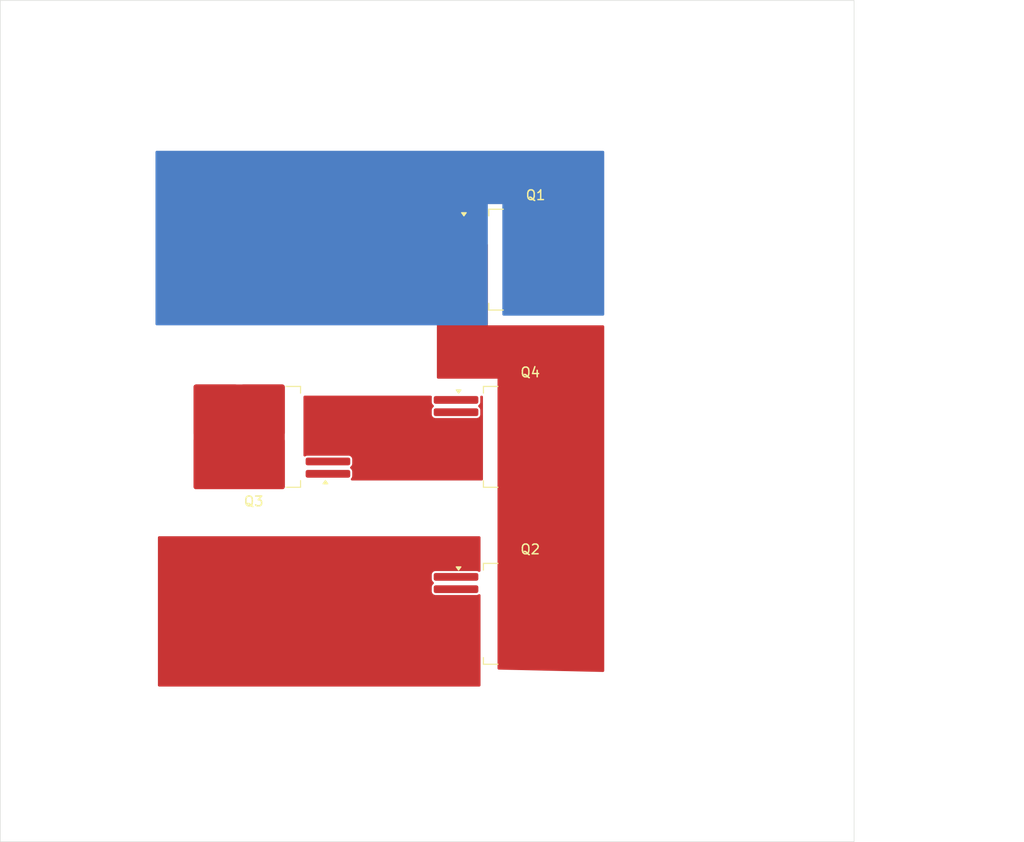
<source format=kicad_pcb>
(kicad_pcb (version 20240108) (generator "pcbnew") (generator_version "8.0")
  (layers (0 "F.Cu" signal) (31 "B.Cu" signal) (34 "B.Paste" user) (35 "F.Paste" user) (36 "B.SilkS" user "B.Silkscreen") (37 "F.SilkS" user "F.Silkscreen") (38 "B.Mask" user) (39 "F.Mask" user) (44 "Edge.Cuts" user))
  (net 0 "")
  (net 1 "/ph")
  (net 2 "/vccp")
  (net 5 "/vccn")
  (net 8 "/vccm")
  (net 9 "/ce")
  (footprint "Package_TO_SOT_SMD:TO-263-7_TabPin8" (layer "F.Cu") (at 84.125 89.75 180)
    (property "Reference" "Q3" (at 0 -6.65 180) (layer "F.SilkS"))
    (property "Value" "C3M0075120J")
    (fp_line (start -3.325 5.2) (end -4.825 5.2) (stroke (width 0.12)) (layer "F.SilkS"))
    (fp_line (start -3.325 -5.2) (end -4.825 -5.2) (stroke (width 0.12)) (layer "F.SilkS"))
    (fp_line (start -4.825 5.2) (end -4.825 4.51) (stroke (width 0.12)) (layer "F.SilkS"))
    (fp_line (start -4.825 -5.2) (end -4.825 -4.51) (stroke (width 0.12)) (layer "F.SilkS"))
    (fp_poly (pts (xy -7.3875 -4.51) (xy -7.6275 -4.84) (xy -7.1475 -4.84) (xy -7.3875 -4.51)) (stroke (width 0.12)) (fill solid) (layer "F.SilkS"))
    (pad "1" smd roundrect (at -7.65 -3.81 180) (size 4.6 0.8) (layers "F.Cu" "F.Paste" "F.Mask"))
    (pad "2" smd roundrect (at -7.65 -2.54 180) (size 4.6 0.8) (layers "F.Cu" "F.Paste" "F.Mask"))
    (pad "3" smd roundrect (at -7.65 -1.27 180) (size 4.6 0.8) (layers "F.Cu" "F.Paste" "F.Mask") (net 9 "/ce"))
    (pad "4" smd roundrect (at -7.65 0 180) (size 4.6 0.8) (layers "F.Cu" "F.Paste" "F.Mask") (net 9 "/ce"))
    (pad "5" smd roundrect (at -7.65 1.27 180) (size 4.6 0.8) (layers "F.Cu" "F.Paste" "F.Mask") (net 9 "/ce"))
    (pad "6" smd roundrect (at -7.65 2.54 180) (size 4.6 0.8) (layers "F.Cu" "F.Paste" "F.Mask") (net 9 "/ce"))
    (pad "7" smd roundrect (at -7.65 3.81 180) (size 4.6 0.8) (layers "F.Cu" "F.Paste" "F.Mask") (net 9 "/ce"))
    (pad "8" smd roundrect (at -0.925 -2.775 180) (size 4.55 5.25) (layers "F.Cu" "F.Paste") (roundrect_rratio 0.054945) (net 8 "/vccm"))
    (pad "8" smd roundrect (at -0.925 2.775 180) (size 4.55 5.25) (layers "F.Cu" "F.Paste") (roundrect_rratio 0.054945) (net 8 "/vccm"))
    (pad "8" smd roundrect (at 1.5 0 180) (size 9.4 10.8) (layers "F.Cu" "F.Mask") (roundrect_rratio 0.026596) (net 8 "/vccm"))
    (pad "8" smd roundrect (at 3.925 -2.775 180) (size 4.55 5.25) (layers "F.Cu" "F.Paste") (roundrect_rratio 0.054945) (net 8 "/vccm"))
    (pad "8" smd roundrect (at 3.925 2.775 180) (size 4.55 5.25) (layers "F.Cu" "F.Paste") (roundrect_rratio 0.054945) (net 8 "/vccm"))
  )
  (footprint "Package_TO_SOT_SMD:TO-263-7_TabPin8" (layer "F.Cu") (at 113.175 71.475)
    (property "Reference" "Q1" (at 0 -6.65 0) (layer "F.SilkS"))
    (property "Value" "C3M0075120J")
    (fp_line (start -4.825 -5.2) (end -4.825 -4.51) (stroke (width 0.12)) (layer "F.SilkS"))
    (fp_line (start -4.825 5.2) (end -4.825 4.51) (stroke (width 0.12)) (layer "F.SilkS"))
    (fp_line (start -3.325 -5.2) (end -4.825 -5.2) (stroke (width 0.12)) (layer "F.SilkS"))
    (fp_line (start -3.325 5.2) (end -4.825 5.2) (stroke (width 0.12)) (layer "F.SilkS"))
    (fp_poly (pts (xy -7.3875 -4.51) (xy -7.6275 -4.84) (xy -7.1475 -4.84) (xy -7.3875 -4.51)) (stroke (width 0.12)) (fill solid) (layer "F.SilkS"))
    (pad "1" smd roundrect (at -7.65 -3.81) (size 4.6 0.8) (layers "F.Cu" "F.Paste" "F.Mask"))
    (pad "2" smd roundrect (at -7.65 -2.54) (size 4.6 0.8) (layers "F.Cu" "F.Paste" "F.Mask"))
    (pad "3" smd roundrect (at -7.65 -1.27) (size 4.6 0.8) (layers "F.Cu" "F.Paste" "F.Mask") (net 1 "/ph"))
    (pad "4" smd roundrect (at -7.65 0) (size 4.6 0.8) (layers "F.Cu" "F.Paste" "F.Mask") (net 1 "/ph"))
    (pad "5" smd roundrect (at -7.65 1.27) (size 4.6 0.8) (layers "F.Cu" "F.Paste" "F.Mask") (net 1 "/ph"))
    (pad "6" smd roundrect (at -7.65 2.54) (size 4.6 0.8) (layers "F.Cu" "F.Paste" "F.Mask") (net 1 "/ph"))
    (pad "7" smd roundrect (at -7.65 3.81) (size 4.6 0.8) (layers "F.Cu" "F.Paste" "F.Mask") (net 1 "/ph"))
    (pad "8" smd roundrect (at -0.925 -2.775) (size 4.55 5.25) (layers "F.Cu" "F.Paste") (roundrect_rratio 0.054945) (net 2 "/vccp"))
    (pad "8" smd roundrect (at -0.925 2.775) (size 4.55 5.25) (layers "F.Cu" "F.Paste") (roundrect_rratio 0.054945) (net 2 "/vccp"))
    (pad "8" smd roundrect (at 1.5 0) (size 9.4 10.8) (layers "F.Cu" "F.Mask") (roundrect_rratio 0.026596) (net 2 "/vccp"))
    (pad "8" smd roundrect (at 3.925 -2.775) (size 4.55 5.25) (layers "F.Cu" "F.Paste") (roundrect_rratio 0.054945) (net 2 "/vccp"))
    (pad "8" smd roundrect (at 3.925 2.775) (size 4.55 5.25) (layers "F.Cu" "F.Paste") (roundrect_rratio 0.054945) (net 2 "/vccp"))
  )
  (footprint "Package_TO_SOT_SMD:TO-263-7_TabPin8" (layer "F.Cu") (at 112.625 108)
    (property "Reference" "Q2" (at 0 -6.65 0) (layer "F.SilkS"))
    (property "Value" "C3M0075120J")
    (fp_line (start -4.825 -5.2) (end -4.825 -4.51) (stroke (width 0.12)) (layer "F.SilkS"))
    (fp_line (start -4.825 5.2) (end -4.825 4.51) (stroke (width 0.12)) (layer "F.SilkS"))
    (fp_line (start -3.325 -5.2) (end -4.825 -5.2) (stroke (width 0.12)) (layer "F.SilkS"))
    (fp_line (start -3.325 5.2) (end -4.825 5.2) (stroke (width 0.12)) (layer "F.SilkS"))
    (fp_poly (pts (xy -7.3875 -4.51) (xy -7.6275 -4.84) (xy -7.1475 -4.84) (xy -7.3875 -4.51)) (stroke (width 0.12)) (fill solid) (layer "F.SilkS"))
    (pad "1" smd roundrect (at -7.65 -3.81) (size 4.6 0.8) (layers "F.Cu" "F.Paste" "F.Mask"))
    (pad "2" smd roundrect (at -7.65 -2.54) (size 4.6 0.8) (layers "F.Cu" "F.Paste" "F.Mask"))
    (pad "3" smd roundrect (at -7.65 -1.27) (size 4.6 0.8) (layers "F.Cu" "F.Paste" "F.Mask") (net 5 "/vccn"))
    (pad "4" smd roundrect (at -7.65 0) (size 4.6 0.8) (layers "F.Cu" "F.Paste" "F.Mask") (net 5 "/vccn"))
    (pad "5" smd roundrect (at -7.65 1.27) (size 4.6 0.8) (layers "F.Cu" "F.Paste" "F.Mask") (net 5 "/vccn"))
    (pad "6" smd roundrect (at -7.65 2.54) (size 4.6 0.8) (layers "F.Cu" "F.Paste" "F.Mask") (net 5 "/vccn"))
    (pad "7" smd roundrect (at -7.65 3.81) (size 4.6 0.8) (layers "F.Cu" "F.Paste" "F.Mask") (net 5 "/vccn"))
    (pad "8" smd roundrect (at -0.925 -2.775) (size 4.55 5.25) (layers "F.Cu" "F.Paste") (roundrect_rratio 0.054945) (net 1 "/ph"))
    (pad "8" smd roundrect (at -0.925 2.775) (size 4.55 5.25) (layers "F.Cu" "F.Paste") (roundrect_rratio 0.054945) (net 1 "/ph"))
    (pad "8" smd roundrect (at 1.5 0) (size 9.4 10.8) (layers "F.Cu" "F.Mask") (roundrect_rratio 0.026596) (net 1 "/ph"))
    (pad "8" smd roundrect (at 3.925 -2.775) (size 4.55 5.25) (layers "F.Cu" "F.Paste") (roundrect_rratio 0.054945) (net 1 "/ph"))
    (pad "8" smd roundrect (at 3.925 2.775) (size 4.55 5.25) (layers "F.Cu" "F.Paste") (roundrect_rratio 0.054945) (net 1 "/ph"))
  )
  (footprint "Package_TO_SOT_SMD:TO-263-7_TabPin8" (layer "F.Cu") (at 112.625 89.75)
    (property "Reference" "Q4" (at 0 -6.65 0) (layer "F.SilkS"))
    (property "Value" "C3M0075120J")
    (fp_line (start -4.825 -5.2) (end -4.825 -4.51) (stroke (width 0.12)) (layer "F.SilkS"))
    (fp_line (start -4.825 5.2) (end -4.825 4.51) (stroke (width 0.12)) (layer "F.SilkS"))
    (fp_line (start -3.325 -5.2) (end -4.825 -5.2) (stroke (width 0.12)) (layer "F.SilkS"))
    (fp_line (start -3.325 5.2) (end -4.825 5.2) (stroke (width 0.12)) (layer "F.SilkS"))
    (fp_poly (pts (xy -7.3875 -4.51) (xy -7.6275 -4.84) (xy -7.1475 -4.84) (xy -7.3875 -4.51)) (stroke (width 0.12)) (fill solid) (layer "F.SilkS"))
    (pad "1" smd roundrect (at -7.65 -3.81) (size 4.6 0.8) (layers "F.Cu" "F.Paste" "F.Mask"))
    (pad "2" smd roundrect (at -7.65 -2.54) (size 4.6 0.8) (layers "F.Cu" "F.Paste" "F.Mask"))
    (pad "3" smd roundrect (at -7.65 -1.27) (size 4.6 0.8) (layers "F.Cu" "F.Paste" "F.Mask") (net 9 "/ce"))
    (pad "4" smd roundrect (at -7.65 0) (size 4.6 0.8) (layers "F.Cu" "F.Paste" "F.Mask") (net 9 "/ce"))
    (pad "5" smd roundrect (at -7.65 1.27) (size 4.6 0.8) (layers "F.Cu" "F.Paste" "F.Mask") (net 9 "/ce"))
    (pad "6" smd roundrect (at -7.65 2.54) (size 4.6 0.8) (layers "F.Cu" "F.Paste" "F.Mask") (net 9 "/ce"))
    (pad "7" smd roundrect (at -7.65 3.81) (size 4.6 0.8) (layers "F.Cu" "F.Paste" "F.Mask") (net 9 "/ce"))
    (pad "8" smd roundrect (at -0.925 -2.775) (size 4.55 5.25) (layers "F.Cu" "F.Paste") (roundrect_rratio 0.054945) (net 1 "/ph"))
    (pad "8" smd roundrect (at -0.925 2.775) (size 4.55 5.25) (layers "F.Cu" "F.Paste") (roundrect_rratio 0.054945) (net 1 "/ph"))
    (pad "8" smd roundrect (at 1.5 0) (size 9.4 10.8) (layers "F.Cu" "F.Mask") (roundrect_rratio 0.026596) (net 1 "/ph"))
    (pad "8" smd roundrect (at 3.925 -2.775) (size 4.55 5.25) (layers "F.Cu" "F.Paste") (roundrect_rratio 0.054945) (net 1 "/ph"))
    (pad "8" smd roundrect (at 3.925 2.775) (size 4.55 5.25) (layers "F.Cu" "F.Paste") (roundrect_rratio 0.054945) (net 1 "/ph"))
  )
  (gr_rect (start 58 44.75) (end 146 131.5) (stroke (width 0.05)) (fill none) (layer "Edge.Cuts"))
  (zone (net 9) (net_name "/ce") (layer "F.Cu") (priority 1) (connect_pads yes (clearance 0)) (min_thickness 0.25) (fill yes (thermal_gap 0.5) (thermal_bridge_width 0.5))
    (polygon (pts (xy 89.25 85.5) (xy 107.75 85.5) (xy 107.75 94.25) (xy 89.25 94.25)))
  )
  (zone (net 0) (net_name "") (layer "F.Cu") (connect_pads yes (clearance 0)) (min_thickness 0.25)
    (keepout (tracks not_allowed) (vias not_allowed) (pads not_allowed) (copperpour not_allowed) (footprints allowed))
    (fill (thermal_gap 0.5) (thermal_bridge_width 0.5))
    (polygon (pts (xy 108.25 67.5) (xy 90 67.5) (xy 90 65.75) (xy 109.75 65.75)))
  )
  (zone (net 1) (net_name "/ph") (layer "F.Cu") (name "asd") (connect_pads yes (clearance 0)) (min_thickness 0.25) (fill yes (thermal_gap 0.5) (thermal_bridge_width 0.5))
    (polygon (pts (xy 103 69.75) (xy 120.25 70) (xy 120.25 114) (xy 109.25 113.75) (xy 109.25 83.75) (xy 103 83.75) (xy 103 69.5)))
  )
  (zone (net 5) (net_name "/vccn") (layer "F.Cu") (priority 2) (connect_pads yes (clearance 0)) (min_thickness 0.25) (fill yes (thermal_gap 0.5) (thermal_bridge_width 0.5))
    (polygon (pts (xy 107.5 100) (xy 107.5 115.5) (xy 74.25 115.5) (xy 74.25 100)))
  )
  (zone (net 0) (net_name "") (layers "F&B.Cu") (name "asd") (connect_pads yes (clearance 0)) (min_thickness 0.25)
    (keepout (tracks not_allowed) (vias not_allowed) (pads not_allowed) (copperpour not_allowed) (footprints allowed))
    (fill (thermal_gap 0.5) (thermal_bridge_width 0.5))
    (polygon (pts (xy 108.25 65.75) (xy 109.75 65.75) (xy 109.75 77.25) (xy 120.25 77.25) (xy 120.25 78.25) (xy 108.25 78.25)))
  )
  (zone (net 2) (net_name "/vccp") (layer "B.Cu") (priority 3) (connect_pads yes (clearance 0)) (min_thickness 0.25) (fill yes (thermal_gap 0.5) (thermal_bridge_width 0.5))
    (polygon (pts (xy 74 60.25) (xy 74 78.25) (xy 120.25 78.25) (xy 120.25 60.25)))
  )
)
</source>
